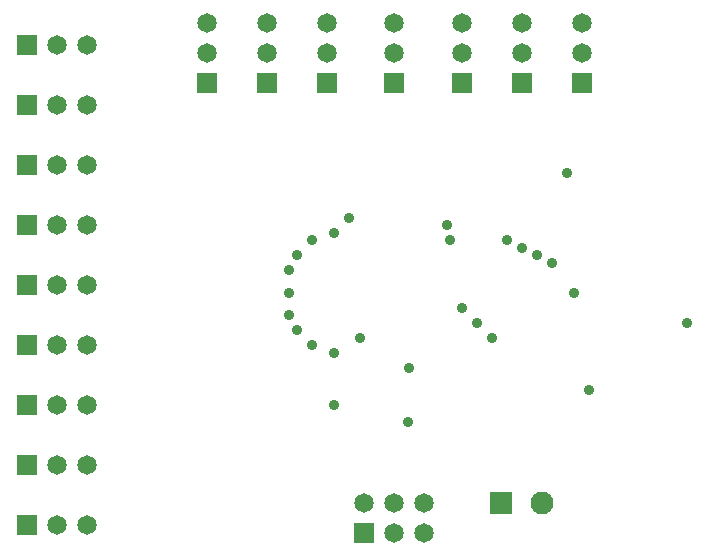
<source format=gbs>
G04*
G04 #@! TF.GenerationSoftware,Altium Limited,Altium Designer,19.1.5 (86)*
G04*
G04 Layer_Color=16711935*
%FSLAX25Y25*%
%MOIN*%
G70*
G01*
G75*
%ADD21C,0.06506*%
%ADD22R,0.06506X0.06506*%
%ADD23R,0.06506X0.06506*%
%ADD24C,0.07687*%
%ADD25R,0.07687X0.07687*%
%ADD26C,0.03600*%
D21*
X150000Y185000D02*
D03*
Y175000D02*
D03*
X172500Y185000D02*
D03*
Y175000D02*
D03*
X192500Y185000D02*
D03*
Y175000D02*
D03*
X212500Y185000D02*
D03*
Y175000D02*
D03*
X87500Y185000D02*
D03*
Y175000D02*
D03*
X107500Y185000D02*
D03*
Y175000D02*
D03*
X127500Y185000D02*
D03*
Y175000D02*
D03*
X47500Y17500D02*
D03*
X37500D02*
D03*
X140000Y25000D02*
D03*
X150000Y15000D02*
D03*
Y25000D02*
D03*
X160000Y15000D02*
D03*
Y25000D02*
D03*
X47500Y37500D02*
D03*
X37500D02*
D03*
X47500Y57500D02*
D03*
X37500D02*
D03*
X47500Y77500D02*
D03*
X37500D02*
D03*
X47500Y97500D02*
D03*
X37500D02*
D03*
X47500Y117500D02*
D03*
X37500D02*
D03*
X47500Y137500D02*
D03*
X37500D02*
D03*
X47500Y157500D02*
D03*
X37500D02*
D03*
X47500Y177500D02*
D03*
X37500D02*
D03*
D22*
X150000Y165000D02*
D03*
X172500D02*
D03*
X192500D02*
D03*
X212500D02*
D03*
X87500D02*
D03*
X107500D02*
D03*
X127500D02*
D03*
D23*
X27500Y17500D02*
D03*
X140000Y15000D02*
D03*
X27500Y37500D02*
D03*
Y57500D02*
D03*
Y77500D02*
D03*
Y97500D02*
D03*
Y117500D02*
D03*
Y137500D02*
D03*
Y157500D02*
D03*
Y177500D02*
D03*
D24*
X199390Y25000D02*
D03*
D25*
X185610D02*
D03*
D26*
X135000Y120000D02*
D03*
X130000Y115000D02*
D03*
X122500Y112500D02*
D03*
X117500Y107500D02*
D03*
X115000Y102500D02*
D03*
Y95000D02*
D03*
Y87500D02*
D03*
X117500Y82500D02*
D03*
X122500Y77500D02*
D03*
X130000Y75000D02*
D03*
X207500Y135000D02*
D03*
X182500Y80000D02*
D03*
X177500Y85000D02*
D03*
X172500Y90000D02*
D03*
X202500Y105000D02*
D03*
X197500Y107500D02*
D03*
X192500Y110000D02*
D03*
X187500Y112500D02*
D03*
X168479D02*
D03*
X167500Y117500D02*
D03*
X154498Y51998D02*
D03*
X155000Y70000D02*
D03*
X210000Y95000D02*
D03*
X138500Y80000D02*
D03*
X215000Y62500D02*
D03*
X130000Y57500D02*
D03*
X247500Y85000D02*
D03*
M02*

</source>
